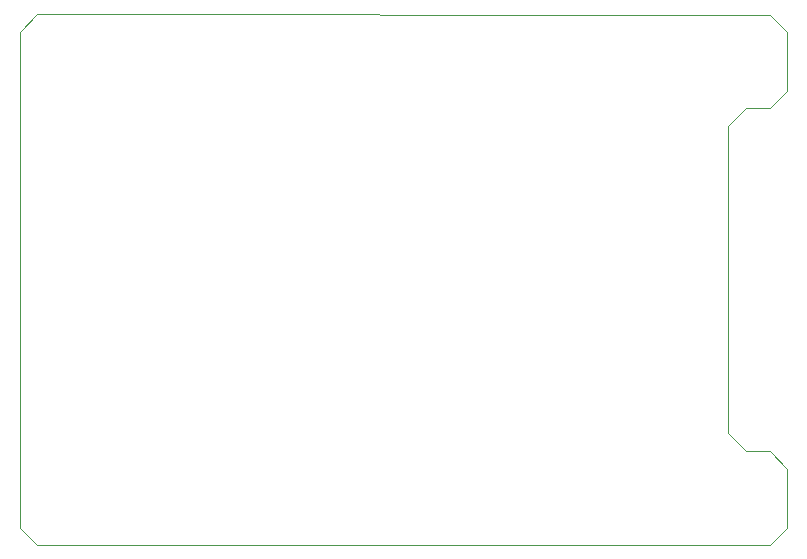
<source format=gbr>
%TF.GenerationSoftware,KiCad,Pcbnew,(5.99.0-3349-gc9824bbd9)*%
%TF.CreationDate,2020-09-22T14:29:43-07:00*%
%TF.ProjectId,Alchitry_IO_Shield,416c6368-6974-4727-995f-494f5f536869,rev?*%
%TF.SameCoordinates,Original*%
%TF.FileFunction,Profile,NP*%
%FSLAX46Y46*%
G04 Gerber Fmt 4.6, Leading zero omitted, Abs format (unit mm)*
G04 Created by KiCad (PCBNEW (5.99.0-3349-gc9824bbd9)) date 2020-09-22 14:29:43*
%MOMM*%
%LPD*%
G01*
G04 APERTURE LIST*
%TA.AperFunction,Profile*%
%ADD10C,0.050000*%
%TD*%
G04 APERTURE END LIST*
D10*
X72000000Y-37400000D02*
X73500000Y-35900000D01*
X72000000Y-63400000D02*
X72000000Y-37400000D01*
X77000000Y-71400000D02*
X77000000Y-66400000D01*
X77000000Y-29400000D02*
X75500000Y-28000000D01*
X75500000Y-72900000D02*
X77000000Y-71400000D01*
X12000000Y-29400000D02*
X12000000Y-71400000D01*
X77000000Y-66400000D02*
X75500000Y-64900000D01*
X13500000Y-27900000D02*
X12000000Y-29400000D01*
X75500000Y-28000000D02*
X72000000Y-28000000D01*
X75500000Y-35900000D02*
X77000000Y-34400000D01*
X73500000Y-35900000D02*
X75500000Y-35900000D01*
X77000000Y-34400000D02*
X77000000Y-29400000D01*
X75500000Y-64900000D02*
X73500000Y-64900000D01*
X12000000Y-71400000D02*
X13500000Y-72900000D01*
X72000000Y-28000000D02*
X13500000Y-27900000D01*
X73500000Y-64900000D02*
X72000000Y-63400000D01*
X13500000Y-72900000D02*
X75500000Y-72900000D01*
M02*

</source>
